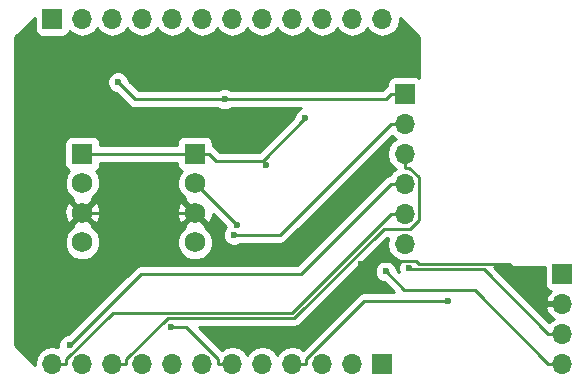
<source format=gbl>
G04 #@! TF.FileFunction,Copper,L2,Bot,Signal*
%FSLAX46Y46*%
G04 Gerber Fmt 4.6, Leading zero omitted, Abs format (unit mm)*
G04 Created by KiCad (PCBNEW 4.0.7-e2-6376~60~ubuntu17.10.1) date Thu Dec 28 14:25:31 2017*
%MOMM*%
%LPD*%
G01*
G04 APERTURE LIST*
%ADD10C,0.100000*%
%ADD11R,1.700000X1.700000*%
%ADD12O,1.700000X1.700000*%
%ADD13R,1.750000X1.750000*%
%ADD14C,1.750000*%
%ADD15C,0.600000*%
%ADD16C,0.250000*%
%ADD17C,0.254000*%
G04 APERTURE END LIST*
D10*
D11*
X191770000Y-113030000D03*
D12*
X191770000Y-115570000D03*
X191770000Y-118110000D03*
X191770000Y-120650000D03*
D11*
X176530000Y-120650000D03*
D12*
X173990000Y-120650000D03*
X171450000Y-120650000D03*
X168910000Y-120650000D03*
X166370000Y-120650000D03*
X163830000Y-120650000D03*
X161290000Y-120650000D03*
X158750000Y-120650000D03*
X156210000Y-120650000D03*
X153670000Y-120650000D03*
X151130000Y-120650000D03*
X148590000Y-120650000D03*
D13*
X151130000Y-102870000D03*
D14*
X151130000Y-105370000D03*
X151130000Y-107870000D03*
X151130000Y-110370000D03*
D13*
X160655000Y-102870000D03*
D14*
X160655000Y-105370000D03*
X160655000Y-107870000D03*
X160655000Y-110370000D03*
D11*
X148590000Y-91440000D03*
D12*
X151130000Y-91440000D03*
X153670000Y-91440000D03*
X156210000Y-91440000D03*
X158750000Y-91440000D03*
X161290000Y-91440000D03*
X163830000Y-91440000D03*
X166370000Y-91440000D03*
X168910000Y-91440000D03*
X171450000Y-91440000D03*
X173990000Y-91440000D03*
X176530000Y-91440000D03*
D11*
X178435000Y-97790000D03*
D12*
X178435000Y-100330000D03*
X178435000Y-102870000D03*
X178435000Y-105410000D03*
X178435000Y-107950000D03*
X178435000Y-110490000D03*
D15*
X174738300Y-112193800D03*
X166690000Y-103802500D03*
X170019300Y-99864700D03*
X163167400Y-98255000D03*
X154155000Y-96801800D03*
X163949900Y-109734400D03*
X164184300Y-108899300D03*
X176812200Y-112812500D03*
X178812800Y-112538800D03*
X182093000Y-115363600D03*
X158652000Y-117492500D03*
X150042200Y-119096600D03*
D16*
X160655000Y-107870000D02*
X151130000Y-107870000D01*
X191770000Y-115570000D02*
X190594700Y-115570000D01*
X175018600Y-111913500D02*
X174738300Y-112193800D01*
X179372900Y-111913500D02*
X175018600Y-111913500D01*
X179646600Y-112187200D02*
X179372900Y-111913500D01*
X187211900Y-112187200D02*
X179646600Y-112187200D01*
X190594700Y-115570000D02*
X187211900Y-112187200D01*
X151130000Y-102870000D02*
X160655000Y-102870000D01*
X160655000Y-102870000D02*
X161855300Y-102870000D01*
X162435700Y-103450400D02*
X166433600Y-103450400D01*
X161855300Y-102870000D02*
X162435700Y-103450400D01*
X166433600Y-103546100D02*
X166433600Y-103450400D01*
X166690000Y-103802500D02*
X166433600Y-103546100D01*
X166433600Y-103450400D02*
X170019300Y-99864700D01*
X176794700Y-98255000D02*
X163167400Y-98255000D01*
X177259700Y-97790000D02*
X176794700Y-98255000D01*
X178435000Y-97790000D02*
X177259700Y-97790000D01*
X155608200Y-98255000D02*
X154155000Y-96801800D01*
X163167400Y-98255000D02*
X155608200Y-98255000D01*
X167855300Y-109734400D02*
X163949900Y-109734400D01*
X177259700Y-100330000D02*
X167855300Y-109734400D01*
X178435000Y-100330000D02*
X177259700Y-100330000D01*
X160655000Y-105370000D02*
X164184300Y-108899300D01*
X191770000Y-120650000D02*
X190594700Y-120650000D01*
X184336100Y-114391400D02*
X190594700Y-120650000D01*
X178391100Y-114391400D02*
X184336100Y-114391400D01*
X176812200Y-112812500D02*
X178391100Y-114391400D01*
X191770000Y-118110000D02*
X190594700Y-118110000D01*
X178911600Y-112637600D02*
X178812800Y-112538800D01*
X185122300Y-112637600D02*
X178911600Y-112637600D01*
X190594700Y-118110000D02*
X185122300Y-112637600D01*
X175004400Y-115363600D02*
X182093000Y-115363600D01*
X170085300Y-120282700D02*
X175004400Y-115363600D01*
X170085300Y-120650000D02*
X170085300Y-120282700D01*
X168910000Y-120650000D02*
X170085300Y-120650000D01*
X162654700Y-120282700D02*
X162654700Y-120650000D01*
X159864500Y-117492500D02*
X162654700Y-120282700D01*
X158652000Y-117492500D02*
X159864500Y-117492500D01*
X163830000Y-120650000D02*
X162654700Y-120650000D01*
X154845300Y-120282700D02*
X154845300Y-120650000D01*
X158366100Y-116761900D02*
X154845300Y-120282700D01*
X169084700Y-116761900D02*
X158366100Y-116761900D01*
X176626600Y-109220000D02*
X169084700Y-116761900D01*
X178887500Y-109220000D02*
X176626600Y-109220000D01*
X179626000Y-108481500D02*
X178887500Y-109220000D01*
X179626000Y-104869000D02*
X179626000Y-108481500D01*
X178802300Y-104045300D02*
X179626000Y-104869000D01*
X178435000Y-104045300D02*
X178802300Y-104045300D01*
X178435000Y-102870000D02*
X178435000Y-104045300D01*
X153670000Y-120650000D02*
X154845300Y-120650000D01*
X178435000Y-105410000D02*
X177259700Y-105410000D01*
X156081000Y-113057800D02*
X150042200Y-119096600D01*
X169611900Y-113057800D02*
X156081000Y-113057800D01*
X177259700Y-105410000D02*
X169611900Y-113057800D01*
X148590000Y-120650000D02*
X149765300Y-120650000D01*
X178435000Y-107950000D02*
X177259700Y-107950000D01*
X149765300Y-120282700D02*
X149765300Y-120650000D01*
X153736500Y-116311500D02*
X149765300Y-120282700D01*
X168898200Y-116311500D02*
X153736500Y-116311500D01*
X177259700Y-107950000D02*
X168898200Y-116311500D01*
D17*
G36*
X179655000Y-92993736D02*
X179655000Y-96424270D01*
X179536890Y-96343569D01*
X179285000Y-96292560D01*
X177585000Y-96292560D01*
X177349683Y-96336838D01*
X177133559Y-96475910D01*
X176988569Y-96688110D01*
X176937560Y-96940000D01*
X176937560Y-97108766D01*
X176722299Y-97252599D01*
X176479898Y-97495000D01*
X163729863Y-97495000D01*
X163697727Y-97462808D01*
X163354199Y-97320162D01*
X162982233Y-97319838D01*
X162638457Y-97461883D01*
X162605282Y-97495000D01*
X155923002Y-97495000D01*
X155090122Y-96662120D01*
X155090162Y-96616633D01*
X154948117Y-96272857D01*
X154685327Y-96009608D01*
X154341799Y-95866962D01*
X153969833Y-95866638D01*
X153626057Y-96008683D01*
X153362808Y-96271473D01*
X153220162Y-96615001D01*
X153219838Y-96986967D01*
X153361883Y-97330743D01*
X153624673Y-97593992D01*
X153968201Y-97736638D01*
X154015077Y-97736679D01*
X155070799Y-98792401D01*
X155317361Y-98957148D01*
X155608200Y-99015000D01*
X162604937Y-99015000D01*
X162637073Y-99047192D01*
X162980601Y-99189838D01*
X163352567Y-99190162D01*
X163696343Y-99048117D01*
X163729518Y-99015000D01*
X169627299Y-99015000D01*
X169490357Y-99071583D01*
X169227108Y-99334373D01*
X169084462Y-99677901D01*
X169084421Y-99724777D01*
X166118798Y-102690400D01*
X162750502Y-102690400D01*
X162392701Y-102332599D01*
X162177440Y-102188767D01*
X162177440Y-101995000D01*
X162133162Y-101759683D01*
X161994090Y-101543559D01*
X161781890Y-101398569D01*
X161530000Y-101347560D01*
X159780000Y-101347560D01*
X159544683Y-101391838D01*
X159328559Y-101530910D01*
X159183569Y-101743110D01*
X159132560Y-101995000D01*
X159132560Y-102110000D01*
X152652440Y-102110000D01*
X152652440Y-101995000D01*
X152608162Y-101759683D01*
X152469090Y-101543559D01*
X152256890Y-101398569D01*
X152005000Y-101347560D01*
X150255000Y-101347560D01*
X150019683Y-101391838D01*
X149803559Y-101530910D01*
X149658569Y-101743110D01*
X149607560Y-101995000D01*
X149607560Y-103745000D01*
X149651838Y-103980317D01*
X149790910Y-104196441D01*
X150003110Y-104341431D01*
X150019676Y-104344786D01*
X149850630Y-104513537D01*
X149620262Y-105068325D01*
X149619738Y-105669040D01*
X149849138Y-106224229D01*
X150273537Y-106649370D01*
X150296469Y-106658892D01*
X150247545Y-106807940D01*
X151130000Y-107690395D01*
X152012455Y-106807940D01*
X151963682Y-106659352D01*
X151984229Y-106650862D01*
X152409370Y-106226463D01*
X152639738Y-105671675D01*
X152640262Y-105070960D01*
X152410862Y-104515771D01*
X152242283Y-104346897D01*
X152456441Y-104209090D01*
X152601431Y-103996890D01*
X152652440Y-103745000D01*
X152652440Y-103630000D01*
X159132560Y-103630000D01*
X159132560Y-103745000D01*
X159176838Y-103980317D01*
X159315910Y-104196441D01*
X159528110Y-104341431D01*
X159544676Y-104344786D01*
X159375630Y-104513537D01*
X159145262Y-105068325D01*
X159144738Y-105669040D01*
X159374138Y-106224229D01*
X159798537Y-106649370D01*
X159821469Y-106658892D01*
X159772545Y-106807940D01*
X160655000Y-107690395D01*
X160669143Y-107676253D01*
X160848748Y-107855858D01*
X160834605Y-107870000D01*
X161717060Y-108752455D01*
X161970953Y-108669116D01*
X162176590Y-108104694D01*
X162170324Y-107960126D01*
X163249178Y-109038980D01*
X163249138Y-109084467D01*
X163257427Y-109104528D01*
X163157708Y-109204073D01*
X163015062Y-109547601D01*
X163014738Y-109919567D01*
X163156783Y-110263343D01*
X163419573Y-110526592D01*
X163763101Y-110669238D01*
X164135067Y-110669562D01*
X164478843Y-110527517D01*
X164512018Y-110494400D01*
X167855300Y-110494400D01*
X168146139Y-110436548D01*
X168392701Y-110271801D01*
X177327252Y-101337250D01*
X177355853Y-101380054D01*
X177685026Y-101600000D01*
X177355853Y-101819946D01*
X177033946Y-102301715D01*
X176920907Y-102870000D01*
X177033946Y-103438285D01*
X177355853Y-103920054D01*
X177685026Y-104140000D01*
X177355853Y-104359946D01*
X177147077Y-104672402D01*
X177017114Y-104698254D01*
X176968860Y-104707852D01*
X176722299Y-104872599D01*
X169297098Y-112297800D01*
X156081000Y-112297800D01*
X155790161Y-112355652D01*
X155543599Y-112520399D01*
X149902520Y-118161478D01*
X149857033Y-118161438D01*
X149513257Y-118303483D01*
X149250008Y-118566273D01*
X149107362Y-118909801D01*
X149107075Y-119238760D01*
X148590000Y-119135907D01*
X148021715Y-119248946D01*
X147539946Y-119570853D01*
X147218039Y-120052622D01*
X147105000Y-120620907D01*
X147105000Y-120679093D01*
X147119196Y-120750460D01*
X145465000Y-119096264D01*
X145465000Y-110669040D01*
X149619738Y-110669040D01*
X149849138Y-111224229D01*
X150273537Y-111649370D01*
X150828325Y-111879738D01*
X151429040Y-111880262D01*
X151984229Y-111650862D01*
X152409370Y-111226463D01*
X152639738Y-110671675D01*
X152639740Y-110669040D01*
X159144738Y-110669040D01*
X159374138Y-111224229D01*
X159798537Y-111649370D01*
X160353325Y-111879738D01*
X160954040Y-111880262D01*
X161509229Y-111650862D01*
X161934370Y-111226463D01*
X162164738Y-110671675D01*
X162165262Y-110070960D01*
X161935862Y-109515771D01*
X161511463Y-109090630D01*
X161488531Y-109081108D01*
X161537455Y-108932060D01*
X160655000Y-108049605D01*
X159772545Y-108932060D01*
X159821318Y-109080648D01*
X159800771Y-109089138D01*
X159375630Y-109513537D01*
X159145262Y-110068325D01*
X159144738Y-110669040D01*
X152639740Y-110669040D01*
X152640262Y-110070960D01*
X152410862Y-109515771D01*
X151986463Y-109090630D01*
X151963531Y-109081108D01*
X152012455Y-108932060D01*
X151130000Y-108049605D01*
X150247545Y-108932060D01*
X150296318Y-109080648D01*
X150275771Y-109089138D01*
X149850630Y-109513537D01*
X149620262Y-110068325D01*
X149619738Y-110669040D01*
X145465000Y-110669040D01*
X145465000Y-107635306D01*
X149608410Y-107635306D01*
X149634421Y-108235458D01*
X149814047Y-108669116D01*
X150067940Y-108752455D01*
X150950395Y-107870000D01*
X151309605Y-107870000D01*
X152192060Y-108752455D01*
X152445953Y-108669116D01*
X152651590Y-108104694D01*
X152631247Y-107635306D01*
X159133410Y-107635306D01*
X159159421Y-108235458D01*
X159339047Y-108669116D01*
X159592940Y-108752455D01*
X160475395Y-107870000D01*
X159592940Y-106987545D01*
X159339047Y-107070884D01*
X159133410Y-107635306D01*
X152631247Y-107635306D01*
X152625579Y-107504542D01*
X152445953Y-107070884D01*
X152192060Y-106987545D01*
X151309605Y-107870000D01*
X150950395Y-107870000D01*
X150067940Y-106987545D01*
X149814047Y-107070884D01*
X149608410Y-107635306D01*
X145465000Y-107635306D01*
X145465000Y-92993736D01*
X147092560Y-91366176D01*
X147092560Y-92290000D01*
X147136838Y-92525317D01*
X147275910Y-92741441D01*
X147488110Y-92886431D01*
X147740000Y-92937440D01*
X149440000Y-92937440D01*
X149675317Y-92893162D01*
X149891441Y-92754090D01*
X150036431Y-92541890D01*
X150050086Y-92474459D01*
X150079946Y-92519147D01*
X150561715Y-92841054D01*
X151130000Y-92954093D01*
X151698285Y-92841054D01*
X152180054Y-92519147D01*
X152400000Y-92189974D01*
X152619946Y-92519147D01*
X153101715Y-92841054D01*
X153670000Y-92954093D01*
X154238285Y-92841054D01*
X154720054Y-92519147D01*
X154940000Y-92189974D01*
X155159946Y-92519147D01*
X155641715Y-92841054D01*
X156210000Y-92954093D01*
X156778285Y-92841054D01*
X157260054Y-92519147D01*
X157480000Y-92189974D01*
X157699946Y-92519147D01*
X158181715Y-92841054D01*
X158750000Y-92954093D01*
X159318285Y-92841054D01*
X159800054Y-92519147D01*
X160020000Y-92189974D01*
X160239946Y-92519147D01*
X160721715Y-92841054D01*
X161290000Y-92954093D01*
X161858285Y-92841054D01*
X162340054Y-92519147D01*
X162560000Y-92189974D01*
X162779946Y-92519147D01*
X163261715Y-92841054D01*
X163830000Y-92954093D01*
X164398285Y-92841054D01*
X164880054Y-92519147D01*
X165100000Y-92189974D01*
X165319946Y-92519147D01*
X165801715Y-92841054D01*
X166370000Y-92954093D01*
X166938285Y-92841054D01*
X167420054Y-92519147D01*
X167640000Y-92189974D01*
X167859946Y-92519147D01*
X168341715Y-92841054D01*
X168910000Y-92954093D01*
X169478285Y-92841054D01*
X169960054Y-92519147D01*
X170180000Y-92189974D01*
X170399946Y-92519147D01*
X170881715Y-92841054D01*
X171450000Y-92954093D01*
X172018285Y-92841054D01*
X172500054Y-92519147D01*
X172720000Y-92189974D01*
X172939946Y-92519147D01*
X173421715Y-92841054D01*
X173990000Y-92954093D01*
X174558285Y-92841054D01*
X175040054Y-92519147D01*
X175260000Y-92189974D01*
X175479946Y-92519147D01*
X175961715Y-92841054D01*
X176530000Y-92954093D01*
X177098285Y-92841054D01*
X177580054Y-92519147D01*
X177901961Y-92037378D01*
X178015000Y-91469093D01*
X178015000Y-91410907D01*
X178000804Y-91339540D01*
X179655000Y-92993736D01*
X179655000Y-92993736D01*
G37*
X179655000Y-92993736D02*
X179655000Y-96424270D01*
X179536890Y-96343569D01*
X179285000Y-96292560D01*
X177585000Y-96292560D01*
X177349683Y-96336838D01*
X177133559Y-96475910D01*
X176988569Y-96688110D01*
X176937560Y-96940000D01*
X176937560Y-97108766D01*
X176722299Y-97252599D01*
X176479898Y-97495000D01*
X163729863Y-97495000D01*
X163697727Y-97462808D01*
X163354199Y-97320162D01*
X162982233Y-97319838D01*
X162638457Y-97461883D01*
X162605282Y-97495000D01*
X155923002Y-97495000D01*
X155090122Y-96662120D01*
X155090162Y-96616633D01*
X154948117Y-96272857D01*
X154685327Y-96009608D01*
X154341799Y-95866962D01*
X153969833Y-95866638D01*
X153626057Y-96008683D01*
X153362808Y-96271473D01*
X153220162Y-96615001D01*
X153219838Y-96986967D01*
X153361883Y-97330743D01*
X153624673Y-97593992D01*
X153968201Y-97736638D01*
X154015077Y-97736679D01*
X155070799Y-98792401D01*
X155317361Y-98957148D01*
X155608200Y-99015000D01*
X162604937Y-99015000D01*
X162637073Y-99047192D01*
X162980601Y-99189838D01*
X163352567Y-99190162D01*
X163696343Y-99048117D01*
X163729518Y-99015000D01*
X169627299Y-99015000D01*
X169490357Y-99071583D01*
X169227108Y-99334373D01*
X169084462Y-99677901D01*
X169084421Y-99724777D01*
X166118798Y-102690400D01*
X162750502Y-102690400D01*
X162392701Y-102332599D01*
X162177440Y-102188767D01*
X162177440Y-101995000D01*
X162133162Y-101759683D01*
X161994090Y-101543559D01*
X161781890Y-101398569D01*
X161530000Y-101347560D01*
X159780000Y-101347560D01*
X159544683Y-101391838D01*
X159328559Y-101530910D01*
X159183569Y-101743110D01*
X159132560Y-101995000D01*
X159132560Y-102110000D01*
X152652440Y-102110000D01*
X152652440Y-101995000D01*
X152608162Y-101759683D01*
X152469090Y-101543559D01*
X152256890Y-101398569D01*
X152005000Y-101347560D01*
X150255000Y-101347560D01*
X150019683Y-101391838D01*
X149803559Y-101530910D01*
X149658569Y-101743110D01*
X149607560Y-101995000D01*
X149607560Y-103745000D01*
X149651838Y-103980317D01*
X149790910Y-104196441D01*
X150003110Y-104341431D01*
X150019676Y-104344786D01*
X149850630Y-104513537D01*
X149620262Y-105068325D01*
X149619738Y-105669040D01*
X149849138Y-106224229D01*
X150273537Y-106649370D01*
X150296469Y-106658892D01*
X150247545Y-106807940D01*
X151130000Y-107690395D01*
X152012455Y-106807940D01*
X151963682Y-106659352D01*
X151984229Y-106650862D01*
X152409370Y-106226463D01*
X152639738Y-105671675D01*
X152640262Y-105070960D01*
X152410862Y-104515771D01*
X152242283Y-104346897D01*
X152456441Y-104209090D01*
X152601431Y-103996890D01*
X152652440Y-103745000D01*
X152652440Y-103630000D01*
X159132560Y-103630000D01*
X159132560Y-103745000D01*
X159176838Y-103980317D01*
X159315910Y-104196441D01*
X159528110Y-104341431D01*
X159544676Y-104344786D01*
X159375630Y-104513537D01*
X159145262Y-105068325D01*
X159144738Y-105669040D01*
X159374138Y-106224229D01*
X159798537Y-106649370D01*
X159821469Y-106658892D01*
X159772545Y-106807940D01*
X160655000Y-107690395D01*
X160669143Y-107676253D01*
X160848748Y-107855858D01*
X160834605Y-107870000D01*
X161717060Y-108752455D01*
X161970953Y-108669116D01*
X162176590Y-108104694D01*
X162170324Y-107960126D01*
X163249178Y-109038980D01*
X163249138Y-109084467D01*
X163257427Y-109104528D01*
X163157708Y-109204073D01*
X163015062Y-109547601D01*
X163014738Y-109919567D01*
X163156783Y-110263343D01*
X163419573Y-110526592D01*
X163763101Y-110669238D01*
X164135067Y-110669562D01*
X164478843Y-110527517D01*
X164512018Y-110494400D01*
X167855300Y-110494400D01*
X168146139Y-110436548D01*
X168392701Y-110271801D01*
X177327252Y-101337250D01*
X177355853Y-101380054D01*
X177685026Y-101600000D01*
X177355853Y-101819946D01*
X177033946Y-102301715D01*
X176920907Y-102870000D01*
X177033946Y-103438285D01*
X177355853Y-103920054D01*
X177685026Y-104140000D01*
X177355853Y-104359946D01*
X177147077Y-104672402D01*
X177017114Y-104698254D01*
X176968860Y-104707852D01*
X176722299Y-104872599D01*
X169297098Y-112297800D01*
X156081000Y-112297800D01*
X155790161Y-112355652D01*
X155543599Y-112520399D01*
X149902520Y-118161478D01*
X149857033Y-118161438D01*
X149513257Y-118303483D01*
X149250008Y-118566273D01*
X149107362Y-118909801D01*
X149107075Y-119238760D01*
X148590000Y-119135907D01*
X148021715Y-119248946D01*
X147539946Y-119570853D01*
X147218039Y-120052622D01*
X147105000Y-120620907D01*
X147105000Y-120679093D01*
X147119196Y-120750460D01*
X145465000Y-119096264D01*
X145465000Y-110669040D01*
X149619738Y-110669040D01*
X149849138Y-111224229D01*
X150273537Y-111649370D01*
X150828325Y-111879738D01*
X151429040Y-111880262D01*
X151984229Y-111650862D01*
X152409370Y-111226463D01*
X152639738Y-110671675D01*
X152639740Y-110669040D01*
X159144738Y-110669040D01*
X159374138Y-111224229D01*
X159798537Y-111649370D01*
X160353325Y-111879738D01*
X160954040Y-111880262D01*
X161509229Y-111650862D01*
X161934370Y-111226463D01*
X162164738Y-110671675D01*
X162165262Y-110070960D01*
X161935862Y-109515771D01*
X161511463Y-109090630D01*
X161488531Y-109081108D01*
X161537455Y-108932060D01*
X160655000Y-108049605D01*
X159772545Y-108932060D01*
X159821318Y-109080648D01*
X159800771Y-109089138D01*
X159375630Y-109513537D01*
X159145262Y-110068325D01*
X159144738Y-110669040D01*
X152639740Y-110669040D01*
X152640262Y-110070960D01*
X152410862Y-109515771D01*
X151986463Y-109090630D01*
X151963531Y-109081108D01*
X152012455Y-108932060D01*
X151130000Y-108049605D01*
X150247545Y-108932060D01*
X150296318Y-109080648D01*
X150275771Y-109089138D01*
X149850630Y-109513537D01*
X149620262Y-110068325D01*
X149619738Y-110669040D01*
X145465000Y-110669040D01*
X145465000Y-107635306D01*
X149608410Y-107635306D01*
X149634421Y-108235458D01*
X149814047Y-108669116D01*
X150067940Y-108752455D01*
X150950395Y-107870000D01*
X151309605Y-107870000D01*
X152192060Y-108752455D01*
X152445953Y-108669116D01*
X152651590Y-108104694D01*
X152631247Y-107635306D01*
X159133410Y-107635306D01*
X159159421Y-108235458D01*
X159339047Y-108669116D01*
X159592940Y-108752455D01*
X160475395Y-107870000D01*
X159592940Y-106987545D01*
X159339047Y-107070884D01*
X159133410Y-107635306D01*
X152631247Y-107635306D01*
X152625579Y-107504542D01*
X152445953Y-107070884D01*
X152192060Y-106987545D01*
X151309605Y-107870000D01*
X150950395Y-107870000D01*
X150067940Y-106987545D01*
X149814047Y-107070884D01*
X149608410Y-107635306D01*
X145465000Y-107635306D01*
X145465000Y-92993736D01*
X147092560Y-91366176D01*
X147092560Y-92290000D01*
X147136838Y-92525317D01*
X147275910Y-92741441D01*
X147488110Y-92886431D01*
X147740000Y-92937440D01*
X149440000Y-92937440D01*
X149675317Y-92893162D01*
X149891441Y-92754090D01*
X150036431Y-92541890D01*
X150050086Y-92474459D01*
X150079946Y-92519147D01*
X150561715Y-92841054D01*
X151130000Y-92954093D01*
X151698285Y-92841054D01*
X152180054Y-92519147D01*
X152400000Y-92189974D01*
X152619946Y-92519147D01*
X153101715Y-92841054D01*
X153670000Y-92954093D01*
X154238285Y-92841054D01*
X154720054Y-92519147D01*
X154940000Y-92189974D01*
X155159946Y-92519147D01*
X155641715Y-92841054D01*
X156210000Y-92954093D01*
X156778285Y-92841054D01*
X157260054Y-92519147D01*
X157480000Y-92189974D01*
X157699946Y-92519147D01*
X158181715Y-92841054D01*
X158750000Y-92954093D01*
X159318285Y-92841054D01*
X159800054Y-92519147D01*
X160020000Y-92189974D01*
X160239946Y-92519147D01*
X160721715Y-92841054D01*
X161290000Y-92954093D01*
X161858285Y-92841054D01*
X162340054Y-92519147D01*
X162560000Y-92189974D01*
X162779946Y-92519147D01*
X163261715Y-92841054D01*
X163830000Y-92954093D01*
X164398285Y-92841054D01*
X164880054Y-92519147D01*
X165100000Y-92189974D01*
X165319946Y-92519147D01*
X165801715Y-92841054D01*
X166370000Y-92954093D01*
X166938285Y-92841054D01*
X167420054Y-92519147D01*
X167640000Y-92189974D01*
X167859946Y-92519147D01*
X168341715Y-92841054D01*
X168910000Y-92954093D01*
X169478285Y-92841054D01*
X169960054Y-92519147D01*
X170180000Y-92189974D01*
X170399946Y-92519147D01*
X170881715Y-92841054D01*
X171450000Y-92954093D01*
X172018285Y-92841054D01*
X172500054Y-92519147D01*
X172720000Y-92189974D01*
X172939946Y-92519147D01*
X173421715Y-92841054D01*
X173990000Y-92954093D01*
X174558285Y-92841054D01*
X175040054Y-92519147D01*
X175260000Y-92189974D01*
X175479946Y-92519147D01*
X175961715Y-92841054D01*
X176530000Y-92954093D01*
X177098285Y-92841054D01*
X177580054Y-92519147D01*
X177901961Y-92037378D01*
X178015000Y-91469093D01*
X178015000Y-91410907D01*
X178000804Y-91339540D01*
X179655000Y-92993736D01*
G36*
X176920907Y-110490000D02*
X177033946Y-111058285D01*
X177355853Y-111540054D01*
X177837622Y-111861961D01*
X178112586Y-111916655D01*
X178020608Y-112008473D01*
X177877962Y-112352001D01*
X177877638Y-112723967D01*
X177933383Y-112858881D01*
X177747322Y-112672820D01*
X177747362Y-112627333D01*
X177605317Y-112283557D01*
X177342527Y-112020308D01*
X176998999Y-111877662D01*
X176627033Y-111877338D01*
X176283257Y-112019383D01*
X176020008Y-112282173D01*
X175877362Y-112625701D01*
X175877038Y-112997667D01*
X176019083Y-113341443D01*
X176281873Y-113604692D01*
X176625401Y-113747338D01*
X176672277Y-113747379D01*
X177528498Y-114603600D01*
X175004400Y-114603600D01*
X174713561Y-114661452D01*
X174466999Y-114826199D01*
X169817558Y-119475640D01*
X169478285Y-119248946D01*
X168910000Y-119135907D01*
X168341715Y-119248946D01*
X167859946Y-119570853D01*
X167640000Y-119900026D01*
X167420054Y-119570853D01*
X166938285Y-119248946D01*
X166370000Y-119135907D01*
X165801715Y-119248946D01*
X165319946Y-119570853D01*
X165100000Y-119900026D01*
X164880054Y-119570853D01*
X164398285Y-119248946D01*
X163830000Y-119135907D01*
X163261715Y-119248946D01*
X162922442Y-119475640D01*
X160968702Y-117521900D01*
X169084700Y-117521900D01*
X169375539Y-117464048D01*
X169622101Y-117299301D01*
X176941402Y-109980000D01*
X177022352Y-109980000D01*
X176920907Y-110490000D01*
X176920907Y-110490000D01*
G37*
X176920907Y-110490000D02*
X177033946Y-111058285D01*
X177355853Y-111540054D01*
X177837622Y-111861961D01*
X178112586Y-111916655D01*
X178020608Y-112008473D01*
X177877962Y-112352001D01*
X177877638Y-112723967D01*
X177933383Y-112858881D01*
X177747322Y-112672820D01*
X177747362Y-112627333D01*
X177605317Y-112283557D01*
X177342527Y-112020308D01*
X176998999Y-111877662D01*
X176627033Y-111877338D01*
X176283257Y-112019383D01*
X176020008Y-112282173D01*
X175877362Y-112625701D01*
X175877038Y-112997667D01*
X176019083Y-113341443D01*
X176281873Y-113604692D01*
X176625401Y-113747338D01*
X176672277Y-113747379D01*
X177528498Y-114603600D01*
X175004400Y-114603600D01*
X174713561Y-114661452D01*
X174466999Y-114826199D01*
X169817558Y-119475640D01*
X169478285Y-119248946D01*
X168910000Y-119135907D01*
X168341715Y-119248946D01*
X167859946Y-119570853D01*
X167640000Y-119900026D01*
X167420054Y-119570853D01*
X166938285Y-119248946D01*
X166370000Y-119135907D01*
X165801715Y-119248946D01*
X165319946Y-119570853D01*
X165100000Y-119900026D01*
X164880054Y-119570853D01*
X164398285Y-119248946D01*
X163830000Y-119135907D01*
X163261715Y-119248946D01*
X162922442Y-119475640D01*
X160968702Y-117521900D01*
X169084700Y-117521900D01*
X169375539Y-117464048D01*
X169622101Y-117299301D01*
X176941402Y-109980000D01*
X177022352Y-109980000D01*
X176920907Y-110490000D01*
G36*
X190272560Y-113880000D02*
X190316838Y-114115317D01*
X190455910Y-114331441D01*
X190668110Y-114476431D01*
X190776107Y-114498301D01*
X190498355Y-114803076D01*
X190328524Y-115213110D01*
X190449845Y-115443000D01*
X191643000Y-115443000D01*
X191643000Y-115423000D01*
X191897000Y-115423000D01*
X191897000Y-115443000D01*
X191917000Y-115443000D01*
X191917000Y-115697000D01*
X191897000Y-115697000D01*
X191897000Y-115717000D01*
X191643000Y-115717000D01*
X191643000Y-115697000D01*
X190449845Y-115697000D01*
X190328524Y-115926890D01*
X190498355Y-116336924D01*
X190888642Y-116765183D01*
X191031553Y-116832298D01*
X190690853Y-117059946D01*
X190662252Y-117102750D01*
X186004502Y-112445000D01*
X190272560Y-112445000D01*
X190272560Y-113880000D01*
X190272560Y-113880000D01*
G37*
X190272560Y-113880000D02*
X190316838Y-114115317D01*
X190455910Y-114331441D01*
X190668110Y-114476431D01*
X190776107Y-114498301D01*
X190498355Y-114803076D01*
X190328524Y-115213110D01*
X190449845Y-115443000D01*
X191643000Y-115443000D01*
X191643000Y-115423000D01*
X191897000Y-115423000D01*
X191897000Y-115443000D01*
X191917000Y-115443000D01*
X191917000Y-115697000D01*
X191897000Y-115697000D01*
X191897000Y-115717000D01*
X191643000Y-115717000D01*
X191643000Y-115697000D01*
X190449845Y-115697000D01*
X190328524Y-115926890D01*
X190498355Y-116336924D01*
X190888642Y-116765183D01*
X191031553Y-116832298D01*
X190690853Y-117059946D01*
X190662252Y-117102750D01*
X186004502Y-112445000D01*
X190272560Y-112445000D01*
X190272560Y-113880000D01*
M02*

</source>
